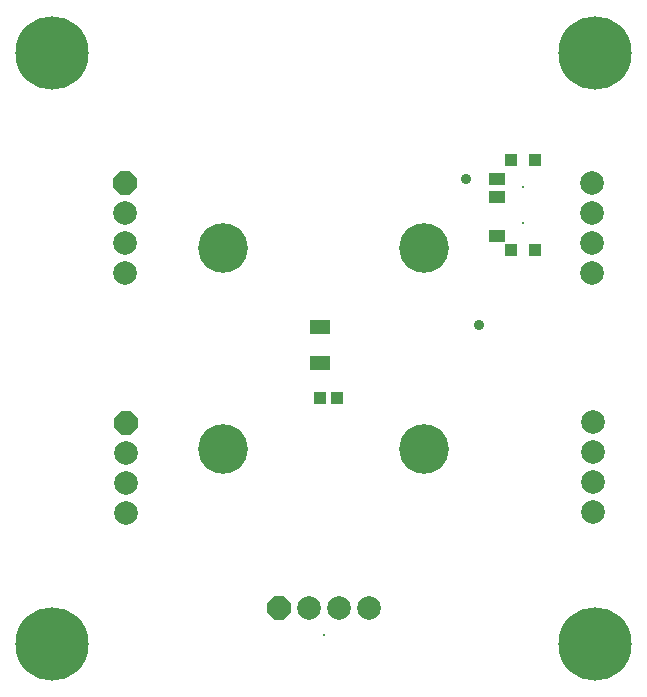
<source format=gts>
G04 Layer_Color=8388736*
%FSLAX44Y44*%
%MOMM*%
G71*
G01*
G75*
%ADD24R,1.0532X1.0532*%
%ADD25R,1.8032X1.2032*%
%ADD26R,1.1032X1.0032*%
%ADD27R,1.4532X1.1032*%
%ADD28P,2.1683X8X292.5*%
%ADD29C,2.0032*%
G04:AMPARAMS|DCode=30|XSize=0.2032mm|YSize=0.2032mm|CornerRadius=0mm|HoleSize=0mm|Usage=FLASHONLY|Rotation=0.000|XOffset=0mm|YOffset=0mm|HoleType=Round|Shape=RoundedRectangle|*
%AMROUNDEDRECTD30*
21,1,0.2032,0.2032,0,0,0.0*
21,1,0.2032,0.2032,0,0,0.0*
1,1,0.0000,0.1016,-0.1016*
1,1,0.0000,-0.1016,-0.1016*
1,1,0.0000,-0.1016,0.1016*
1,1,0.0000,0.1016,0.1016*
%
%ADD30ROUNDEDRECTD30*%
%ADD31P,2.1683X8X22.5*%
%ADD32C,0.2032*%
%ADD33C,4.2032*%
%ADD34C,6.2032*%
%ADD35C,0.9032*%
D24*
X286250Y258000D02*
D03*
X272250D02*
D03*
D25*
Y318000D02*
D03*
Y288000D02*
D03*
D26*
X433750Y383000D02*
D03*
X453750D02*
D03*
X433750Y460000D02*
D03*
X453750D02*
D03*
D27*
X422000Y443500D02*
D03*
Y428500D02*
D03*
Y395500D02*
D03*
D28*
X107500Y237150D02*
D03*
X107000Y439850D02*
D03*
D29*
X107500Y211750D02*
D03*
Y186350D02*
D03*
Y160950D02*
D03*
X503000Y212000D02*
D03*
Y186600D02*
D03*
Y161200D02*
D03*
Y237400D02*
D03*
X107000Y414450D02*
D03*
Y389050D02*
D03*
Y363650D02*
D03*
X262300Y80000D02*
D03*
X287700D02*
D03*
X313100D02*
D03*
X502250Y414650D02*
D03*
Y389250D02*
D03*
Y363850D02*
D03*
Y440050D02*
D03*
D30*
X275000Y57200D02*
D03*
D31*
X236900Y80000D02*
D03*
D32*
X443750Y406500D02*
D03*
Y436500D02*
D03*
D33*
X360000Y215000D02*
D03*
X190000D02*
D03*
Y385000D02*
D03*
X360000D02*
D03*
D34*
X505000Y50000D02*
D03*
X45000D02*
D03*
Y550000D02*
D03*
X505000D02*
D03*
D35*
X395250Y443500D02*
D03*
X406750Y320250D02*
D03*
M02*

</source>
